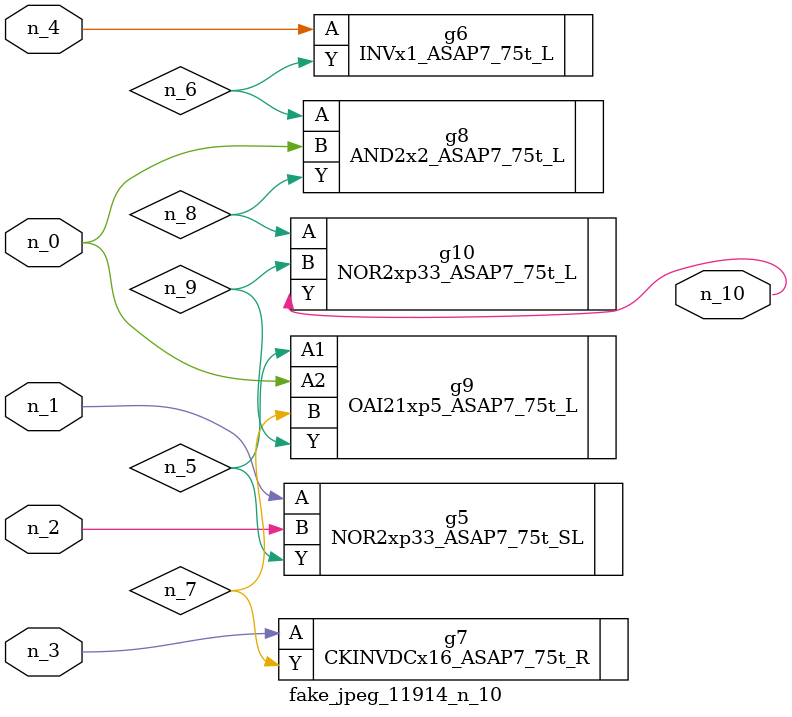
<source format=v>
module fake_jpeg_11914_n_10 (n_3, n_2, n_1, n_0, n_4, n_10);

input n_3;
input n_2;
input n_1;
input n_0;
input n_4;

output n_10;

wire n_8;
wire n_9;
wire n_6;
wire n_5;
wire n_7;

NOR2xp33_ASAP7_75t_SL g5 ( 
.A(n_1),
.B(n_2),
.Y(n_5)
);

INVx1_ASAP7_75t_L g6 ( 
.A(n_4),
.Y(n_6)
);

CKINVDCx16_ASAP7_75t_R g7 ( 
.A(n_3),
.Y(n_7)
);

AND2x2_ASAP7_75t_L g8 ( 
.A(n_6),
.B(n_0),
.Y(n_8)
);

NOR2xp33_ASAP7_75t_L g10 ( 
.A(n_8),
.B(n_9),
.Y(n_10)
);

OAI21xp5_ASAP7_75t_L g9 ( 
.A1(n_5),
.A2(n_0),
.B(n_7),
.Y(n_9)
);


endmodule
</source>
